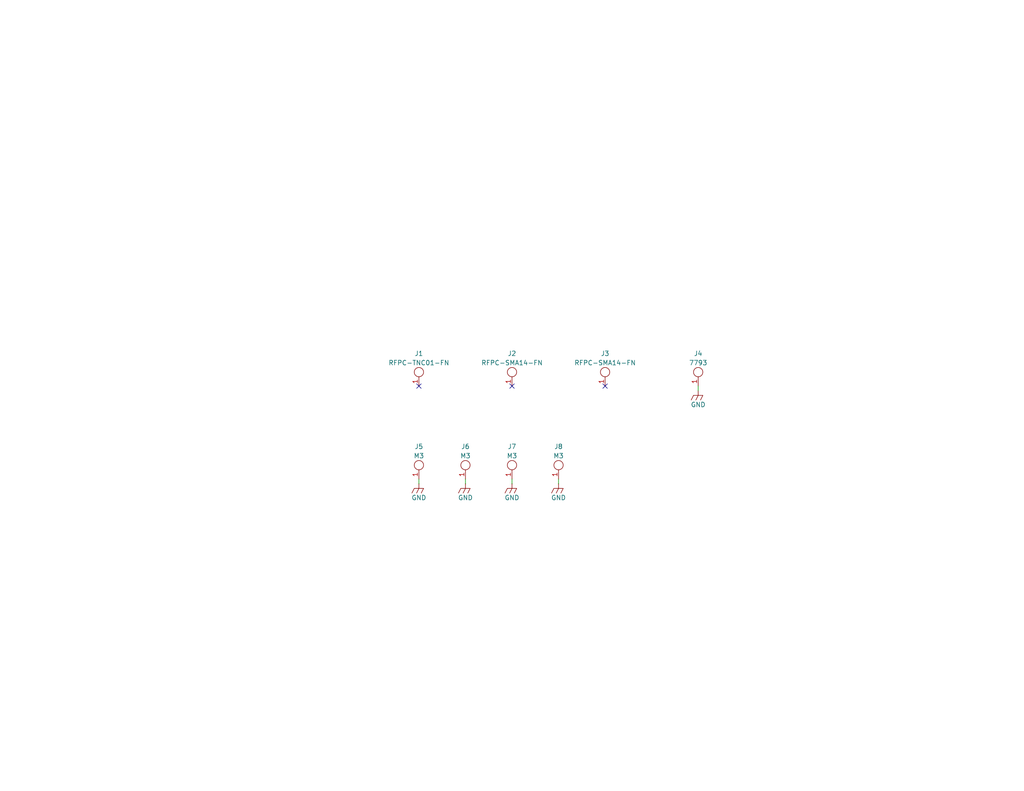
<source format=kicad_sch>
(kicad_sch (version 20250114) (generator "eeschema") (generator_version "9.0")
  (paper "USLetter")
  (title_block (title "Awohali - Back Panel") (date "2025-05-14") (rev "1") (comment 2 "PROTOTYPE") (comment 3 "2025"))
  (lib_symbols
    (symbol "DS-Mounting-Holes:Mounting-Hole"
      (property "Reference" "J" (at 0 4.445 0))
      (property "Value" "VAL" (at 0 2.54 0))
      (symbol "Mounting-Hole_0_1"
        (circle (center 0 0) (radius 1.27))
      )
      (symbol "Mounting-Hole_1_1"
        (pin input line (at 0 -3.81 90) (length 2.54) (name "") (number "1"))
      )
    )
    (symbol "DS-Power:CGND" (power) (pin_numbers (hide yes)) (pin_names (offset 0) (hide yes))
      (property "Value" "GND" (at 0 -3.81 0))
      (symbol "CGND_0_1"
        (polyline (pts (xy -1.27 -1.27) (xy -1.905 -2.54)))
        (polyline (pts (xy -1.27 -1.27) (xy -1.27 -1.27)))
        (polyline (pts (xy -0.254 -2.54) (xy -0.254 -2.54)))
        (polyline (pts (xy 0 0) (xy 0 -1.27)))
        (polyline (pts (xy 0 -1.27) (xy -0.635 -2.54)))
        (polyline (pts (xy 1.27 -1.27) (xy -1.27 -1.27)))
        (polyline (pts (xy 1.27 -1.27) (xy 0.635 -2.54)))
      )
      (symbol "CGND_1_1"
        (pin power_in line (at 0 0 270) (length 0) (name "~") (number "1"))
      )
    )
  )
  (no_connect (at 139.7 105.41))
  (no_connect (at 165.1 105.41))
  (no_connect (at 114.3 105.41))
  (wire (pts (xy 152.4 130.81) (xy 152.4 132.08)))
  (wire (pts (xy 139.7 130.81) (xy 139.7 132.08)))
  (wire (pts (xy 114.3 130.81) (xy 114.3 132.08)))
  (wire (pts (xy 127 130.81) (xy 127 132.08)))
  (wire (pts (xy 190.5 105.41) (xy 190.5 106.68)))
  (symbol (lib_id "DS-Power:CGND") (at 127 132.08 0) (unit 1)
    (property "Reference" "#PWR06" (effects (hide yes)))
    (property "Value" "GND" (at 127 135.89 0))
  )
  (symbol (lib_id "DS-Mounting-Holes:Mounting-Hole") (at 165.1 101.6 0) (unit 1)
    (property "Reference" "J3" (at 165.1 96.52 0))
    (property "Value" "RFPC-SMA14-FN" (at 165.1 99.06 0))
    (property "Footprint" "DS-Connectors-Panel-Mount:RFPC-SMA14-FN" (effects (hide yes)))
  )
  (symbol (lib_id "DS-Power:CGND") (at 139.7 132.08 0) (unit 1)
    (property "Reference" "#PWR07" (effects (hide yes)))
    (property "Value" "GND" (at 139.7 135.89 0))
  )
  (symbol (lib_id "DS-Mounting-Holes:Mounting-Hole") (at 114.3 101.6 0) (unit 1)
    (property "Reference" "J1" (at 114.3 96.52 0))
    (property "Value" "RFPC-TNC01-FN" (at 114.3 99.06 0))
    (property "Footprint" "DS-Connectors-Panel-Mount:RFPC-TNC01-FN" (effects (hide yes)))
  )
  (symbol (lib_id "DS-Power:CGND") (at 152.4 132.08 0) (unit 1)
    (property "Reference" "#PWR08" (effects (hide yes)))
    (property "Value" "GND" (at 152.4 135.89 0))
  )
  (symbol (lib_id "DS-Mounting-Holes:Mounting-Hole") (at 152.4 127 0) (unit 1)
    (property "Reference" "J8" (at 152.4 121.92 0))
    (property "Value" "M3" (at 152.4 124.46 0))
    (property "Footprint" "DS-Mounting-Holes:M3_PTH" (effects (hide yes)))
  )
  (symbol (lib_id "DS-Power:CGND") (at 190.5 106.68 0) (unit 1)
    (property "Reference" "#PWR01" (effects (hide yes)))
    (property "Value" "GND" (at 190.5 110.49 0))
  )
  (symbol (lib_id "DS-Mounting-Holes:Mounting-Hole") (at 190.5 101.6 0) (unit 1)
    (property "Reference" "J4" (at 190.5 96.52 0))
    (property "Value" "7793" (at 190.5 99.06 0))
    (property "Footprint" "DS-Mounting-Holes:M4_PTH" (effects (hide yes)))
  )
  (symbol (lib_id "DS-Mounting-Holes:Mounting-Hole") (at 114.3 127 0) (unit 1)
    (property "Reference" "J5" (at 114.3 121.92 0))
    (property "Value" "M3" (at 114.3 124.46 0))
    (property "Footprint" "DS-Mounting-Holes:M3_PTH" (effects (hide yes)))
  )
  (symbol (lib_id "DS-Mounting-Holes:Mounting-Hole") (at 127 127 0) (unit 1)
    (property "Reference" "J6" (at 127 121.92 0))
    (property "Value" "M3" (at 127 124.46 0))
    (property "Footprint" "DS-Mounting-Holes:M3_PTH" (effects (hide yes)))
  )
  (symbol (lib_id "DS-Mounting-Holes:Mounting-Hole") (at 139.7 101.6 0) (unit 1)
    (property "Reference" "J2" (at 139.7 96.52 0))
    (property "Value" "RFPC-SMA14-FN" (at 139.7 99.06 0))
    (property "Footprint" "DS-Connectors-Panel-Mount:RFPC-SMA14-FN" (effects (hide yes)))
  )
  (symbol (lib_id "DS-Mounting-Holes:Mounting-Hole") (at 139.7 127 0) (unit 1)
    (property "Reference" "J7" (at 139.7 121.92 0))
    (property "Value" "M3" (at 139.7 124.46 0))
    (property "Footprint" "DS-Mounting-Holes:M3_PTH" (effects (hide yes)))
  )
  (symbol (lib_id "DS-Power:CGND") (at 114.3 132.08 0) (unit 1)
    (property "Reference" "#PWR05" (effects (hide yes)))
    (property "Value" "GND" (at 114.3 135.89 0))
  )
)
</source>
